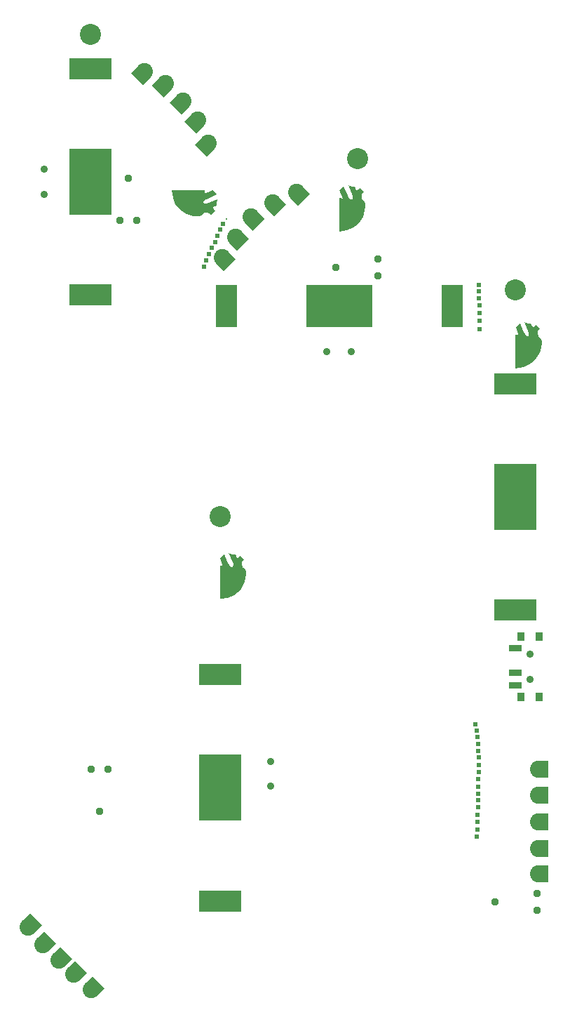
<source format=gbs>
G04 DipTrace 2.4.0.2*
%INfemalemalecrosspeace.gbs*%
%MOMM*%
%ADD57C,0.33*%
%ADD58C,0.95*%
%ADD59C,0.9*%
%ADD60C,2.54*%
%ADD61C,0.61*%
%ADD63R,1.3X2.05*%
%ADD64R,8.05X5.13*%
%ADD65R,2.65X5.13*%
%ADD68C,2.05*%
%ADD73R,5.13X8.05*%
%ADD74R,5.13X2.65*%
%FSLAX53Y53*%
G04*
G71*
G90*
G75*
G01*
%LNBotMask*%
%LPD*%
D58*
X31252Y114572D3*
X32268Y109492D3*
X30236D3*
D74*
X26619Y127797D3*
Y100517D3*
D73*
Y114157D3*
D59*
X21092Y115688D3*
Y112688D3*
G36*
X32475Y128250D2*
X33925Y126801D1*
X33006Y125882D1*
X31556Y127331D1*
X32475Y128250D1*
G37*
D68*
X33182Y127508D3*
G36*
X34973Y126747D2*
X36422Y125297D1*
X35503Y124378D1*
X34054Y125828D1*
X34973Y126747D1*
G37*
D68*
X35680Y126004D3*
G36*
X37135Y124662D2*
X38584Y123212D1*
X37665Y122293D1*
X36216Y123743D1*
X37135Y124662D1*
G37*
D68*
X37842Y123919D3*
G36*
X38895Y122372D2*
X40344Y120922D1*
X39425Y120003D1*
X37975Y121452D1*
X38895Y122372D1*
G37*
D68*
X39602Y121629D3*
G36*
X40196Y119583D2*
X41646Y118133D1*
X40727Y117214D1*
X39277Y118664D1*
X40196Y119583D1*
G37*
D68*
X40903Y118840D3*
G36*
X36497Y113160D2*
X36642Y112210D1*
X36942Y111470D1*
X37322Y111000D1*
X37707Y110620D1*
X38267Y110305D1*
X38592Y110175D1*
X39072Y110075D1*
X39322Y110025D1*
X39737Y110000D1*
X40062Y110115D1*
X40252Y110305D1*
X40377Y110430D1*
X40697Y110495D1*
X40827Y110470D1*
X41077Y110395D1*
X41217Y110240D1*
X41712Y110650D1*
X41462Y111030D1*
Y111120D1*
X41902Y111300D1*
X41877Y111575D1*
X42017Y112080D1*
X40752Y111550D1*
X40592D1*
X40377Y111585D1*
X40327Y111700D1*
X40427Y111955D1*
X41007Y112270D1*
X41862Y112625D1*
X41737Y112880D1*
X41417Y113150D1*
X40467Y112780D1*
X40497Y112970D1*
Y113160D1*
X36497D1*
G37*
D60*
X26618Y131937D3*
D58*
X56302Y103866D3*
X61382Y104882D3*
Y102850D3*
D65*
X43076Y99232D3*
X70356D3*
D64*
X56716D3*
D59*
X55185Y93706D3*
X58185D3*
G36*
X41818Y104334D2*
X43268Y105783D1*
X44187Y104864D1*
X42738Y103414D1*
X41818Y104334D1*
G37*
D68*
X42561Y105041D3*
G36*
X43447Y106800D2*
X44897Y108249D1*
X45816Y107330D1*
X44366Y105880D1*
X43447Y106800D1*
G37*
D68*
X44190Y107507D3*
G36*
X45334Y109207D2*
X46784Y110657D1*
X47703Y109738D1*
X46253Y108288D1*
X45334Y109207D1*
G37*
D68*
X46076Y109915D3*
G36*
X47932Y110969D2*
X49382Y112419D1*
X50301Y111499D1*
X48852Y110050D1*
X47932Y110969D1*
G37*
D68*
X48675Y111676D3*
G36*
X50799Y112193D2*
X52249Y113642D1*
X53168Y112723D1*
X51719Y111274D1*
X50799Y112193D1*
G37*
D68*
X51542Y112900D3*
G36*
X56714Y108216D2*
X57664Y108361D1*
X58404Y108661D1*
X58874Y109041D1*
X59254Y109426D1*
X59569Y109986D1*
X59699Y110311D1*
X59799Y110791D1*
X59849Y111041D1*
X59874Y111456D1*
X59759Y111781D1*
X59569Y111971D1*
X59444Y112096D1*
X59379Y112416D1*
X59404Y112546D1*
X59479Y112796D1*
X59634Y112936D1*
X59224Y113431D1*
X58844Y113181D1*
X58754D1*
X58574Y113621D1*
X58299Y113596D1*
X57794Y113736D1*
X58324Y112471D1*
Y112311D1*
X58289Y112096D1*
X58174Y112046D1*
X57919Y112146D1*
X57604Y112726D1*
X57249Y113581D1*
X56994Y113456D1*
X56724Y113136D1*
X57094Y112186D1*
X56904Y112216D1*
X56714D1*
Y108216D1*
G37*
D60*
X58875Y117012D3*
D58*
X75504Y27344D3*
X80584Y28360D3*
Y26328D3*
D74*
X78004Y62532D3*
Y89812D3*
D73*
Y76172D3*
G36*
X79039Y58810D2*
X78189D1*
Y59860D1*
X79039D1*
Y58810D1*
G37*
G36*
X81239D2*
X80389D1*
Y59860D1*
X81239D1*
Y58810D1*
G37*
G36*
Y51510D2*
X80389D1*
Y52560D1*
X81239D1*
Y51510D1*
G37*
G36*
X79039D2*
X78189D1*
Y52560D1*
X79039D1*
Y51510D1*
G37*
G36*
X78739Y53060D2*
X77189D1*
Y53810D1*
X78739D1*
Y53060D1*
G37*
G36*
Y54560D2*
X77189D1*
Y55310D1*
X78739D1*
Y54560D1*
G37*
G36*
Y57560D2*
X77189D1*
Y58310D1*
X78739D1*
Y57560D1*
G37*
D59*
X79714Y54185D3*
Y57185D3*
D63*
X81348Y43317D3*
D68*
X80723D3*
D63*
X81348Y40206D3*
D68*
X80723D3*
D63*
X81348Y36989D3*
D68*
X80723D3*
D63*
X81348Y33771D3*
D68*
X80723D3*
D63*
X81348Y30714D3*
D68*
X80723D3*
G36*
X78004Y91703D2*
X78954Y91848D1*
X79694Y92148D1*
X80164Y92528D1*
X80544Y92913D1*
X80859Y93473D1*
X80989Y93798D1*
X81089Y94278D1*
X81139Y94528D1*
X81164Y94943D1*
X81049Y95268D1*
X80859Y95458D1*
X80734Y95583D1*
X80669Y95903D1*
X80694Y96033D1*
X80769Y96283D1*
X80924Y96423D1*
X80514Y96918D1*
X80134Y96668D1*
X80044D1*
X79864Y97108D1*
X79589Y97083D1*
X79084Y97223D1*
X79614Y95958D1*
Y95798D1*
X79579Y95583D1*
X79464Y95533D1*
X79209Y95633D1*
X78894Y96213D1*
X78539Y97068D1*
X78284Y96943D1*
X78014Y96623D1*
X78384Y95673D1*
X78194Y95703D1*
X78004D1*
Y91703D1*
G37*
D60*
Y101172D3*
D58*
X27740Y38259D3*
X26724Y43339D3*
X28756D3*
D74*
X42283Y27444D3*
Y54724D3*
D73*
Y41084D3*
D59*
X48414Y44282D3*
Y41282D3*
G36*
X26923Y18349D2*
X28372Y16899D1*
X27453Y15980D1*
X26003Y17430D1*
X26923Y18349D1*
G37*
D68*
X26746Y16722D3*
G36*
X24821Y20188D2*
X26271Y18739D1*
X25351Y17819D1*
X23902Y19269D1*
X24821Y20188D1*
G37*
D68*
X24644Y18562D3*
G36*
X23511Y19527D2*
X22062Y20976D1*
X22981Y21895D1*
X24431Y20446D1*
X23511Y19527D1*
G37*
D68*
X22804Y20269D3*
G36*
X21076Y23764D2*
X22525Y22315D1*
X21606Y21395D1*
X20157Y22845D1*
X21076Y23764D1*
G37*
D68*
X20899Y22138D3*
G36*
X19869Y23559D2*
X18419Y25009D1*
X19338Y25928D1*
X20788Y24478D1*
X19869Y23559D1*
G37*
D68*
X19161Y24302D3*
G36*
X42283Y63857D2*
X43233Y64002D1*
X43973Y64302D1*
X44443Y64682D1*
X44823Y65067D1*
X45138Y65627D1*
X45268Y65952D1*
X45368Y66432D1*
X45418Y66682D1*
X45443Y67097D1*
X45328Y67422D1*
X45138Y67612D1*
X45013Y67737D1*
X44948Y68057D1*
X44973Y68187D1*
X45048Y68437D1*
X45203Y68577D1*
X44793Y69072D1*
X44413Y68822D1*
X44323D1*
X44143Y69262D1*
X43868Y69237D1*
X43363Y69377D1*
X43893Y68112D1*
Y67952D1*
X43858Y67737D1*
X43743Y67687D1*
X43488Y67787D1*
X43173Y68367D1*
X42818Y69222D1*
X42563Y69097D1*
X42293Y68777D1*
X42663Y67827D1*
X42473Y67857D1*
X42283D1*
Y63857D1*
G37*
D60*
Y73822D3*
D61*
X41684Y106929D3*
X73456Y46411D3*
X40645Y104690D3*
X41980Y107695D3*
X40990Y105457D3*
X73553Y44725D3*
X41337Y106211D3*
X73384Y47205D3*
X73506Y45562D3*
X73560Y43857D3*
X42673Y109107D3*
X40352Y103924D3*
D57*
X43043Y109713D3*
D61*
X73478Y39574D3*
X42331Y108419D3*
X73444Y38737D3*
X73418Y37835D3*
X73343Y35163D3*
X73644Y98324D3*
X73680Y96444D3*
X73659Y97422D3*
X73597Y100141D3*
X73637Y99265D3*
X73571Y100955D3*
X73539Y101741D3*
X73101Y48782D3*
X73270Y47988D3*
X73536Y43001D3*
X73502Y42106D3*
X73491Y41220D3*
X73457Y40338D3*
X73421Y36953D3*
X73385Y36044D3*
M02*

</source>
